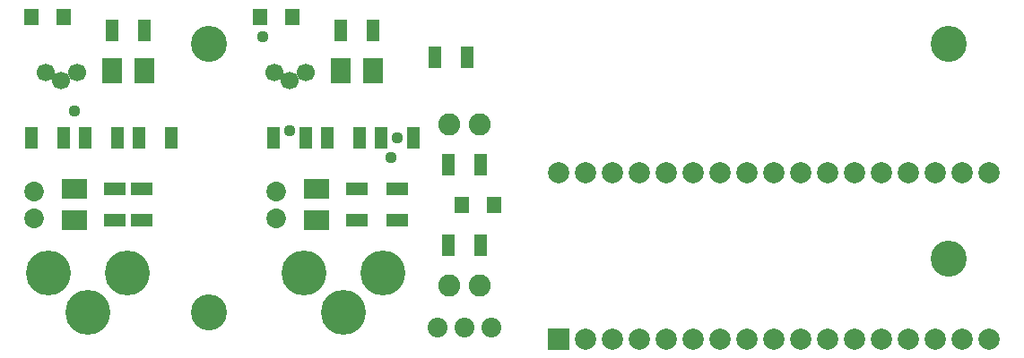
<source format=gbr>
G04 EAGLE Gerber RS-274X export*
G75*
%MOMM*%
%FSLAX34Y34*%
%LPD*%
%INSoldermask Top*%
%IPPOS*%
%AMOC8*
5,1,8,0,0,1.08239X$1,22.5*%
G01*
%ADD10R,2.453200X1.953200*%
%ADD11R,1.953200X2.453200*%
%ADD12C,1.854200*%
%ADD13R,1.403200X1.603200*%
%ADD14R,2.012800X2.012800*%
%ADD15C,2.012800*%
%ADD16C,1.872800*%
%ADD17C,4.242200*%
%ADD18C,2.082800*%
%ADD19C,1.692800*%
%ADD20R,1.253200X2.003200*%
%ADD21R,2.003200X1.253200*%
%ADD22C,3.403200*%
%ADD23C,1.117600*%


D10*
X63500Y154700D03*
X63500Y124700D03*
D11*
X99300Y266700D03*
X129300Y266700D03*
D12*
X25400Y152400D03*
X25400Y127000D03*
D10*
X292100Y154700D03*
X292100Y124700D03*
D11*
X315200Y266700D03*
X345200Y266700D03*
D12*
X254000Y152400D03*
X254000Y127000D03*
D13*
X23100Y317500D03*
X53100Y317500D03*
X239000Y317500D03*
X269000Y317500D03*
D14*
X520700Y12700D03*
D15*
X546100Y12700D03*
X571500Y12700D03*
X596900Y12700D03*
X622300Y12700D03*
X647700Y12700D03*
X673100Y12700D03*
X698500Y12700D03*
X723900Y12700D03*
X749300Y12700D03*
X774700Y12700D03*
X800100Y12700D03*
X825500Y12700D03*
X850900Y12700D03*
X876300Y12700D03*
X901700Y12700D03*
X927100Y12700D03*
X927100Y169700D03*
X901700Y169700D03*
X876300Y169700D03*
X850900Y169700D03*
X825500Y169700D03*
X800100Y169700D03*
X774700Y169700D03*
X749300Y169700D03*
X723900Y169700D03*
X698500Y169700D03*
X673100Y169700D03*
X647700Y169700D03*
X622300Y169700D03*
X596900Y169700D03*
X571500Y169700D03*
X546100Y169700D03*
X520700Y169700D03*
D16*
X406400Y23600D03*
X431800Y23600D03*
X457200Y23600D03*
D17*
X76200Y38100D03*
X38700Y75100D03*
X113700Y75100D03*
D18*
X417322Y215900D03*
X446278Y215900D03*
X417322Y63500D03*
X446278Y63500D03*
D17*
X317500Y38100D03*
X280000Y75100D03*
X355000Y75100D03*
D13*
X459500Y139700D03*
X429500Y139700D03*
D19*
X65500Y264800D03*
X50800Y257300D03*
X36100Y264800D03*
X281400Y264800D03*
X266700Y257300D03*
X252000Y264800D03*
D20*
X124700Y203200D03*
X154700Y203200D03*
X302500Y203200D03*
X332500Y203200D03*
X281700Y203200D03*
X251700Y203200D03*
D21*
X330200Y124700D03*
X330200Y154700D03*
D20*
X416800Y177800D03*
X446800Y177800D03*
X416800Y101600D03*
X446800Y101600D03*
D21*
X368300Y124700D03*
X368300Y154700D03*
D20*
X99300Y304800D03*
X129300Y304800D03*
X73900Y203200D03*
X103900Y203200D03*
X53100Y203200D03*
X23100Y203200D03*
D21*
X101600Y124700D03*
X101600Y154700D03*
X127000Y124700D03*
X127000Y154700D03*
D20*
X434100Y279400D03*
X404100Y279400D03*
X383300Y203200D03*
X353300Y203200D03*
X315200Y304800D03*
X345200Y304800D03*
D22*
X889000Y88900D03*
X190500Y38100D03*
X190500Y292100D03*
X889000Y292100D03*
D23*
X63500Y228600D03*
X241300Y298450D03*
X368300Y203200D03*
X266700Y209550D03*
X361950Y184150D03*
M02*

</source>
